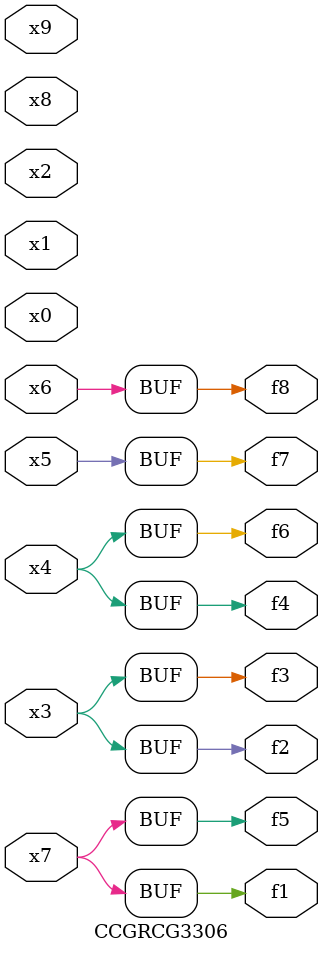
<source format=v>
module CCGRCG3306(
	input x0, x1, x2, x3, x4, x5, x6, x7, x8, x9,
	output f1, f2, f3, f4, f5, f6, f7, f8
);
	assign f1 = x7;
	assign f2 = x3;
	assign f3 = x3;
	assign f4 = x4;
	assign f5 = x7;
	assign f6 = x4;
	assign f7 = x5;
	assign f8 = x6;
endmodule

</source>
